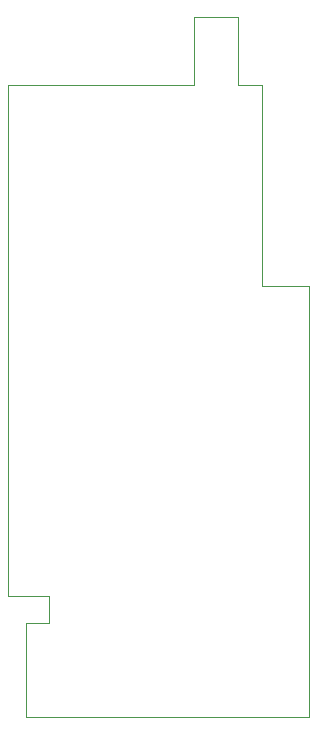
<source format=gbr>
%TF.GenerationSoftware,KiCad,Pcbnew,8.0.3-1.fc40*%
%TF.CreationDate,2024-06-24T14:15:41-04:00*%
%TF.ProjectId,OS42Micro,4f533432-4d69-4637-926f-2e6b69636164,rev?*%
%TF.SameCoordinates,Original*%
%TF.FileFunction,Profile,NP*%
%FSLAX46Y46*%
G04 Gerber Fmt 4.6, Leading zero omitted, Abs format (unit mm)*
G04 Created by KiCad (PCBNEW 8.0.3-1.fc40) date 2024-06-24 14:15:41*
%MOMM*%
%LPD*%
G01*
G04 APERTURE LIST*
%TA.AperFunction,Profile*%
%ADD10C,0.050000*%
%TD*%
G04 APERTURE END LIST*
D10*
X151500000Y-95250000D02*
X147800000Y-95250000D01*
X151500000Y-101000000D02*
X151500000Y-95250000D01*
X153500000Y-118000000D02*
X153500000Y-101000000D01*
X135500000Y-144250000D02*
X135500000Y-146500000D01*
X135500000Y-146500000D02*
X133500000Y-146500000D01*
X147800000Y-95250000D02*
X147800000Y-101000000D01*
X157500000Y-154500000D02*
X157500000Y-118000000D01*
X133500000Y-154500000D02*
X157500000Y-154500000D01*
X133500000Y-146500000D02*
X133500000Y-154500000D01*
X157500000Y-118000000D02*
X153500000Y-118000000D01*
X132000000Y-144250000D02*
X135500000Y-144250000D01*
X153500000Y-101000000D02*
X151500000Y-101000000D01*
X147800000Y-101000000D02*
X132000000Y-101000000D01*
X132000000Y-101000000D02*
X132000000Y-144250000D01*
M02*

</source>
